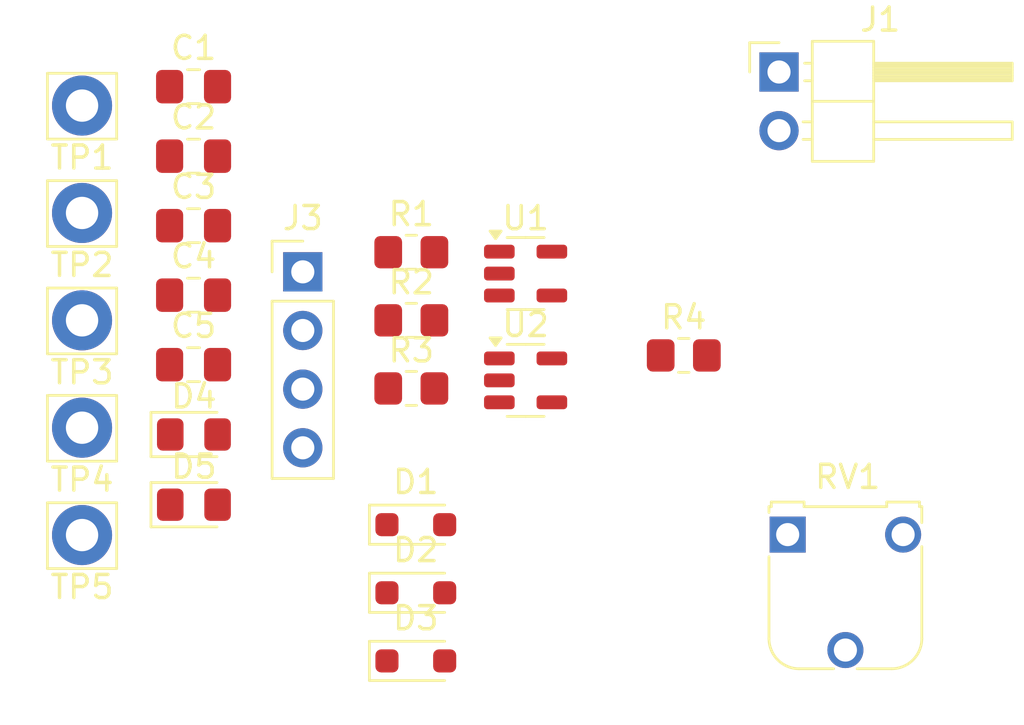
<source format=kicad_pcb>
(kicad_pcb (version 20240108) (generator "pcbnew") (generator_version "8.0")
  (layers (0 "F.Cu" signal) (31 "B.Cu" signal) (34 "B.Paste" user) (35 "F.Paste" user) (36 "B.SilkS" user "B.Silkscreen") (37 "F.SilkS" user "F.Silkscreen") (38 "B.Mask" user) (39 "F.Mask" user) (44 "Edge.Cuts" user))
  (net 0 "")
  (net 1 "Net-(D1-K)")
  (net 2 "GND")
  (net 3 "24V")
  (net 4 "3V3")
  (net 5 "Net-(D1-A)")
  (net 6 "/Piezo Processing Board/Sig_Out")
  (net 7 "Net-(U2-+)")
  (net 8 "Net-(U1--)")
  (net 9 "Net-(D4-A)")
  (net 10 "Net-(D5-A)")
  (footprint "Capacitor_SMD:C_0805_2012Metric_Pad1.18x1.45mm_HandSolder" (layer "F.Cu") (at 23.27 18.86)
    (property "Reference" "C1" (at 0 -1.68 0) (layer "F.SilkS"))
    (property "Value" "0.1uF_50V")
    (fp_line (start -0.261252 -0.735) (end 0.261252 -0.735) (stroke (width 0.12)) (layer "F.SilkS"))
    (fp_line (start -0.261252 0.735) (end 0.261252 0.735) (stroke (width 0.12)) (layer "F.SilkS"))
    (pad "1" smd roundrect (at -1.0375 0) (size 1.175 1.45) (layers "F.Cu" "F.Paste" "F.Mask") (roundrect_rratio 0.212766) (net 1 "Net-(D1-K)"))
    (pad "2" smd roundrect (at 1.0375 0) (size 1.175 1.45) (layers "F.Cu" "F.Paste" "F.Mask") (roundrect_rratio 0.212766) (net 2 "GND"))
  )
  (footprint "Package_TO_SOT_SMD:SOT-23-5" (layer "F.Cu") (at 37.65 31.58)
    (property "Reference" "U2" (at 0 -2.4 0) (layer "F.SilkS"))
    (property "Value" "LM321")
    (fp_line (start 0 -1.56) (end -0.8 -1.56) (stroke (width 0.12)) (layer "F.SilkS"))
    (fp_line (start 0 -1.56) (end 0.8 -1.56) (stroke (width 0.12)) (layer "F.SilkS"))
    (fp_line (start 0 1.56) (end -0.8 1.56) (stroke (width 0.12)) (layer "F.SilkS"))
    (fp_line (start 0 1.56) (end 0.8 1.56) (stroke (width 0.12)) (layer "F.SilkS"))
    (fp_poly (pts (xy -1.3 -1.51) (xy -1.54 -1.84) (xy -1.06 -1.84) (xy -1.3 -1.51)) (stroke (width 0.12)) (fill solid) (layer "F.SilkS"))
    (pad "1" smd roundrect (at -1.1375 -0.95) (size 1.325 0.6) (layers "F.Cu" "F.Paste" "F.Mask") (net 7 "Net-(U2-+)"))
    (pad "2" smd roundrect (at -1.1375 0) (size 1.325 0.6) (layers "F.Cu" "F.Paste" "F.Mask") (net 2 "GND"))
    (pad "3" smd roundrect (at -1.1375 0.95) (size 1.325 0.6) (layers "F.Cu" "F.Paste" "F.Mask") (net 6 "/Piezo Processing Board/Sig_Out"))
    (pad "4" smd roundrect (at 1.1375 0.95) (size 1.325 0.6) (layers "F.Cu" "F.Paste" "F.Mask") (net 6 "/Piezo Processing Board/Sig_Out"))
    (pad "5" smd roundrect (at 1.1375 -0.95) (size 1.325 0.6) (layers "F.Cu" "F.Paste" "F.Mask") (net 4 "3V3"))
  )
  (footprint "Capacitor_SMD:C_0805_2012Metric_Pad1.18x1.45mm_HandSolder" (layer "F.Cu") (at 23.27 24.88)
    (property "Reference" "C3" (at 0 -1.68 0) (layer "F.SilkS"))
    (property "Value" "10uF_50V")
    (fp_line (start -0.261252 -0.735) (end 0.261252 -0.735) (stroke (width 0.12)) (layer "F.SilkS"))
    (fp_line (start -0.261252 0.735) (end 0.261252 0.735) (stroke (width 0.12)) (layer "F.SilkS"))
    (pad "1" smd roundrect (at -1.0375 0) (size 1.175 1.45) (layers "F.Cu" "F.Paste" "F.Mask") (roundrect_rratio 0.212766) (net 3 "24V"))
    (pad "2" smd roundrect (at 1.0375 0) (size 1.175 1.45) (layers "F.Cu" "F.Paste" "F.Mask") (roundrect_rratio 0.212766) (net 2 "GND"))
  )
  (footprint "Diode_SMD:D_SOD-323_HandSoldering" (layer "F.Cu") (at 32.895 40.78)
    (property "Reference" "D2" (at 0 -1.85 0) (layer "F.SilkS"))
    (property "Value" "PDZ22B 22V")
    (fp_line (start -2.01 -0.85) (end -2.01 0.85) (stroke (width 0.12)) (layer "F.SilkS"))
    (fp_line (start -2.01 -0.85) (end 1.25 -0.85) (stroke (width 0.12)) (layer "F.SilkS"))
    (fp_line (start -2.01 0.85) (end 1.25 0.85) (stroke (width 0.12)) (layer "F.SilkS"))
    (pad "1" smd roundrect (at -1.25 0) (size 1 1) (layers "F.Cu" "F.Paste" "F.Mask") (net 1 "Net-(D1-K)"))
    (pad "2" smd roundrect (at 1.25 0) (size 1 1) (layers "F.Cu" "F.Paste" "F.Mask") (net 2 "GND"))
  )
  (footprint "Potentiometer_THT:Potentiometer_Runtron_RM-065_Vertical" (layer "F.Cu") (at 49 38.26)
    (property "Reference" "RV1" (at 2.6 -2.5 0) (layer "F.SilkS"))
    (property "Value" "RM065-104(100K)")
    (fp_line (start -0.81 -1.21) (end -0.81 -0.96) (stroke (width 0.12)) (layer "F.SilkS"))
    (fp_line (start -0.81 4.5) (end -0.81 0.96) (stroke (width 0.12)) (layer "F.SilkS"))
    (fp_line (start -0.71 -1.41) (end -0.71 -1.21) (stroke (width 0.12)) (layer "F.SilkS"))
    (fp_line (start -0.71 -1.41) (end 0.71 -1.41) (stroke (width 0.12)) (layer "F.SilkS"))
    (fp_line (start -0.71 -1.21) (end -0.81 -1.21) (stroke (width 0.12)) (layer "F.SilkS"))
    (fp_line (start 0.71 -1.21) (end 0.71 -1.41) (stroke (width 0.12)) (layer "F.SilkS"))
    (fp_line (start 0.71 -1.21) (end 4.29 -1.21) (stroke (width 0.12)) (layer "F.SilkS"))
    (fp_line (start 1.99 5.81) (end 0.5 5.81) (stroke (width 0.12)) (layer "F.SilkS"))
    (fp_line (start 4.29 -1.41) (end 5.71 -1.41) (stroke (width 0.12)) (layer "F.SilkS"))
    (fp_line (start 4.29 -1.21) (end 4.29 -1.41) (stroke (width 0.12)) (layer "F.SilkS"))
    (fp_line (start 4.5 5.81) (end 3.01 5.81) (stroke (width 0.12)) (layer "F.SilkS"))
    (fp_line (start 5.71 -1.41) (end 5.71 -1.21) (stroke (width 0.12)) (layer "F.SilkS"))
    (fp_line (start 5.71 -1.21) (end 5.81 -1.21) (stroke (width 0.12)) (layer "F.SilkS"))
    (fp_line (start 5.81 -1.21) (end 5.81 -0.52) (stroke (width 0.12)) (layer "F.SilkS"))
    (fp_line (start 5.81 0.52) (end 5.81 4.5) (stroke (width 0.12)) (layer "F.SilkS"))
    (fp_arc (start 0.5 5.81) (mid -0.42631 5.42631) (end -0.81 4.5) (stroke (width 0.12)) (layer "F.SilkS"))
    (fp_arc (start 5.81 4.5) (mid 5.42631 5.42631) (end 4.5 5.81) (stroke (width 0.12)) (layer "F.SilkS"))
    (pad "1" thru_hole rect (at 0 0) (size 1.56 1.56) (drill 1) (layers "*.Cu" "*.Mask") (net 8 "Net-(U1--)"))
    (pad "2" thru_hole circle (at 2.5 5) (size 1.56 1.56) (drill 1) (layers "*.Cu" "*.Mask") (net 7 "Net-(U2-+)"))
    (pad "3" thru_hole circle (at 5 0) (size 1.56 1.56) (drill 1) (layers "*.Cu" "*.Mask") (net 2 "GND"))
  )
  (footprint "LED_SMD:LED_0805_2012Metric_Pad1.15x1.40mm_HandSolder" (layer "F.Cu") (at 23.285 36.965)
    (property "Reference" "D5" (at 0 -1.65 0) (layer "F.SilkS"))
    (property "Value" "LED")
    (fp_line (start -1.86 -0.96) (end -1.86 0.96) (stroke (width 0.12)) (layer "F.SilkS"))
    (fp_line (start -1.86 0.96) (end 1 0.96) (stroke (width 0.12)) (layer "F.SilkS"))
    (fp_line (start 1 -0.96) (end -1.86 -0.96) (stroke (width 0.12)) (layer "F.SilkS"))
    (pad "1" smd roundrect (at -1.025 0) (size 1.15 1.4) (layers "F.Cu" "F.Paste" "F.Mask") (roundrect_rratio 0.217391) (net 2 "GND"))
    (pad "2" smd roundrect (at 1.025 0) (size 1.15 1.4) (layers "F.Cu" "F.Paste" "F.Mask") (roundrect_rratio 0.217391) (net 10 "Net-(D5-A)"))
  )
  (footprint "Connector_Pin:Pin_D1.4mm_L8.5mm_W2.8mm_FlatFork" (layer "F.Cu") (at 18.44 28.98)
    (property "Reference" "TP3" (at 0 2.25 0) (layer "F.SilkS"))
    (property "Value" "TestPoint")
    (fp_line (start -1.5 -1.4) (end -1.5 1.45) (stroke (width 0.12)) (layer "F.SilkS"))
    (fp_line (start -1.5 -1.4) (end 1.5 -1.4) (stroke (width 0.12)) (layer "F.SilkS"))
    (fp_line (start -1.5 1.45) (end 1.5 1.45) (stroke (width 0.12)) (layer "F.SilkS"))
    (fp_line (start 1.5 -1.4) (end 1.5 1.45) (stroke (width 0.12)) (layer "F.SilkS"))
    (pad "1" thru_hole circle (at 0 0) (size 2.6 2.6) (drill 1.4) (layers "*.Cu" "*.Mask") (net 8 "Net-(U1--)"))
  )
  (footprint "Diode_SMD:D_SOD-323_HandSoldering" (layer "F.Cu") (at 32.895 37.83)
    (property "Reference" "D1" (at 0 -1.85 0) (layer "F.SilkS"))
    (property "Value" "CUS10S30")
    (fp_line (start -2.01 -0.85) (end -2.01 0.85) (stroke (width 0.12)) (layer "F.SilkS"))
    (fp_line (start -2.01 -0.85) (end 1.25 -0.85) (stroke (width 0.12)) (layer "F.SilkS"))
    (fp_line (start -2.01 0.85) (end 1.25 0.85) (stroke (width 0.12)) (layer "F.SilkS"))
    (pad "1" smd roundrect (at -1.25 0) (size 1 1) (layers "F.Cu" "F.Paste" "F.Mask") (net 1 "Net-(D1-K)"))
    (pad "2" smd roundrect (at 1.25 0) (size 1 1) (layers "F.Cu" "F.Paste" "F.Mask") (net 5 "Net-(D1-A)"))
  )
  (footprint "Resistor_SMD:R_0805_2012Metric_Pad1.20x1.40mm_HandSolder" (layer "F.Cu") (at 44.5 30.5)
    (property "Reference" "R4" (at 0 -1.65 0) (layer "F.SilkS"))
    (property "Value" "2K2")
    (fp_line (start -0.227064 -0.735) (end 0.227064 -0.735) (stroke (width 0.12)) (layer "F.SilkS"))
    (fp_line (start -0.227064 0.735) (end 0.227064 0.735) (stroke (width 0.12)) (layer "F.SilkS"))
    (pad "1" smd roundrect (at -1 0) (size 1.2 1.4) (layers "F.Cu" "F.Paste" "F.Mask") (roundrect_rratio 0.208333) (net 4 "3V3"))
    (pad "2" smd roundrect (at 1 0) (size 1.2 1.4) (layers "F.Cu" "F.Paste" "F.Mask") (roundrect_rratio 0.208333) (net 10 "Net-(D5-A)"))
  )
  (footprint "Connector_Pin:Pin_D1.4mm_L8.5mm_W2.8mm_FlatFork" (layer "F.Cu") (at 18.44 24.33)
    (property "Reference" "TP2" (at 0 2.25 0) (layer "F.SilkS"))
    (property "Value" "TestPoint")
    (fp_line (start -1.5 -1.4) (end -1.5 1.45) (stroke (width 0.12)) (layer "F.SilkS"))
    (fp_line (start -1.5 -1.4) (end 1.5 -1.4) (stroke (width 0.12)) (layer "F.SilkS"))
    (fp_line (start -1.5 1.45) (end 1.5 1.45) (stroke (width 0.12)) (layer "F.SilkS"))
    (fp_line (start 1.5 -1.4) (end 1.5 1.45) (stroke (width 0.12)) (layer "F.SilkS"))
    (pad "1" thru_hole circle (at 0 0) (size 2.6 2.6) (drill 1.4) (layers "*.Cu" "*.Mask") (net 1 "Net-(D1-K)"))
  )
  (footprint "Resistor_SMD:R_0805_2012Metric_Pad1.20x1.40mm_HandSolder" (layer "F.Cu") (at 32.7 31.93)
    (property "Reference" "R3" (at 0 -1.65 0) (layer "F.SilkS"))
    (property "Value" "22K")
    (fp_line (start -0.227064 -0.735) (end 0.227064 -0.735) (stroke (width 0.12)) (layer "F.SilkS"))
    (fp_line (start -0.227064 0.735) (end 0.227064 0.735) (stroke (width 0.12)) (layer "F.SilkS"))
    (pad "1" smd roundrect (at -1 0) (size 1.2 1.4) (layers "F.Cu" "F.Paste" "F.Mask") (roundrect_rratio 0.208333) (net 3 "24V"))
    (pad "2" smd roundrect (at 1 0) (size 1.2 1.4) (layers "F.Cu" "F.Paste" "F.Mask") (roundrect_rratio 0.208333) (net 9 "Net-(D4-A)"))
  )
  (footprint "Resistor_SMD:R_0805_2012Metric_Pad1.20x1.40mm_HandSolder" (layer "F.Cu") (at 32.7 28.98)
    (property "Reference" "R2" (at 0 -1.65 0) (layer "F.SilkS"))
    (property "Value" "330K")
    (fp_line (start -0.227064 -0.735) (end 0.227064 -0.735) (stroke (width 0.12)) (layer "F.SilkS"))
    (fp_line (start -0.227064 0.735) (end 0.227064 0.735) (stroke (width 0.12)) (layer "F.SilkS"))
    (pad "1" smd roundrect (at -1 0) (size 1.2 1.4) (layers "F.Cu" "F.Paste" "F.Mask") (roundrect_rratio 0.208333) (net 1 "Net-(D1-K)"))
    (pad "2" smd roundrect (at 1 0) (size 1.2 1.4) (layers "F.Cu" "F.Paste" "F.Mask") (roundrect_rratio 0.208333) (net 2 "GND"))
  )
  (footprint "Diode_SMD:D_SOD-323_HandSoldering" (layer "F.Cu") (at 32.895 43.73)
    (property "Reference" "D3" (at 0 -1.85 0) (layer "F.SilkS"))
    (property "Value" "BZT52C3V0S")
    (fp_line (start -2.01 -0.85) (end -2.01 0.85) (stroke (width 0.12)) (layer "F.SilkS"))
    (fp_line (start -2.01 -0.85) (end 1.25 -0.85) (stroke (width 0.12)) (layer "F.SilkS"))
    (fp_line (start -2.01 0.85) (end 1.25 0.85) (stroke (width 0.12)) (layer "F.SilkS"))
    (pad "1" smd roundrect (at -1.25 0) (size 1 1) (layers "F.Cu" "F.Paste" "F.Mask") (net 6 "/Piezo Processing Board/Sig_Out"))
    (pad "2" smd roundrect (at 1.25 0) (size 1 1) (layers "F.Cu" "F.Paste" "F.Mask") (net 2 "GND"))
  )
  (footprint "Capacitor_SMD:C_0805_2012Metric_Pad1.18x1.45mm_HandSolder" (layer "F.Cu") (at 23.27 30.9)
    (property "Reference" "C5" (at 0 -1.68 0) (layer "F.SilkS"))
    (property "Value" "0.1uF_50V")
    (fp_line (start -0.261252 -0.735) (end 0.261252 -0.735) (stroke (width 0.12)) (layer "F.SilkS"))
    (fp_line (start -0.261252 0.735) (end 0.261252 0.735) (stroke (width 0.12)) (layer "F.SilkS"))
    (pad "1" smd roundrect (at -1.0375 0) (size 1.175 1.45) (layers "F.Cu" "F.Paste" "F.Mask") (roundrect_rratio 0.212766) (net 4 "3V3"))
    (pad "2" smd roundrect (at 1.0375 0) (size 1.175 1.45) (layers "F.Cu" "F.Paste" "F.Mask") (roundrect_rratio 0.212766) (net 2 "GND"))
  )
  (footprint "Connector_Pin:Pin_D1.4mm_L8.5mm_W2.8mm_FlatFork" (layer "F.Cu") (at 18.44 33.63)
    (property "Reference" "TP4" (at 0 2.25 0) (layer "F.SilkS"))
    (property "Value" "TestPoint")
    (fp_line (start -1.5 -1.4) (end -1.5 1.45) (stroke (width 0.12)) (layer "F.SilkS"))
    (fp_line (start -1.5 -1.4) (end 1.5 -1.4) (stroke (width 0.12)) (layer "F.SilkS"))
    (fp_line (start -1.5 1.45) (end 1.5 1.45) (stroke (width 0.12)) (layer "F.SilkS"))
    (fp_line (start 1.5 -1.4) (end 1.5 1.45) (stroke (width 0.12)) (layer "F.SilkS"))
    (pad "1" thru_hole circle (at 0 0) (size 2.6 2.6) (drill 1.4) (layers "*.Cu" "*.Mask") (net 7 "Net-(U2-+)"))
  )
  (footprint "Connector_PinHeader_2.54mm:PinHeader_1x02_P2.54mm_Horizontal" (layer "F.Cu") (at 48.625 18.225)
    (property "Reference" "J1" (at 4.385 -2.27 0) (layer "F.SilkS"))
    (property "Value" "Conn_01x02_Pin")
    (fp_line (start -1.27 -1.27) (end 0 -1.27) (stroke (width 0.12)) (layer "F.SilkS"))
    (fp_line (start -1.27 0) (end -1.27 -1.27) (stroke (width 0.12)) (layer "F.SilkS"))
    (fp_line (start 1.042929 2.16) (end 1.44 2.16) (stroke (width 0.12)) (layer "F.SilkS"))
    (fp_line (start 1.042929 2.92) (end 1.44 2.92) (stroke (width 0.12)) (layer "F.SilkS"))
    (fp_line (start 1.11 -0.38) (end 1.44 -0.38) (stroke (width 0.12)) (layer "F.SilkS"))
    (fp_line (start 1.11 0.38) (end 1.44 0.38) (stroke (width 0.12)) (layer "F.SilkS"))
    (fp_line (start 1.44 -1.33) (end 1.44 3.87) (stroke (width 0.12)) (layer "F.SilkS"))
    (fp_line (start 1.44 1.27) (end 4.1 1.27) (stroke (width 0.12)) (layer "F.SilkS"))
    (fp_line (start 1.44 3.87) (end 4.1 3.87) (stroke (width 0.12)) (layer "F.SilkS"))
    (fp_line (start 4.1 -1.33) (end 1.44 -1.33) (stroke (width 0.12)) (layer "F.SilkS"))
    (fp_line (start 4.1 -0.38) (end 10.1 -0.38) (stroke (width 0.12)) (layer "F.SilkS"))
    (fp_line (start 4.1 -0.32) (end 10.1 -0.32) (stroke (width 0.12)) (layer "F.SilkS"))
    (fp_line (start 4.1 -0.2) (end 10.1 -0.2) (stroke (width 0.12)) (layer "F.SilkS"))
    (fp_line (start 4.1 -0.08) (end 10.1 -0.08) (stroke (width 0.12)) (layer "F.SilkS"))
    (fp_line (start 4.1 0.04) (end 10.1 0.04) (stroke (width 0.12)) (layer "F.SilkS"))
    (fp_line (start 4.1 0.16) (end 10.1 0.16) (stroke (width 0.12)) (layer "F.SilkS"))
    (fp_line (start 4.1 0.28) (end 10.1 0.28) (stroke (width 0.12)) (layer "F.SilkS"))
    (fp_line (start 4.1 2.16) (end 10.1 2.16) (stroke (width 0.12)) (layer "F.SilkS"))
    (fp_line (start 4.1 3.87) (end 4.1 -1.33) (stroke (width 0.12)) (layer "F.SilkS"))
    (fp_line (start 10.1 -0.38) (end 10.1 0.38) (stroke (width 0.12)) (layer "F.SilkS"))
    (fp_line (start 10.1 0.38) (end 4.1 0.38) (stroke (width 0.12)) (layer "F.SilkS"))
    (fp_line (start 10.1 2.16) (end 10.1 2.92) (stroke (width 0.12)) (layer "F.SilkS"))
    (fp_line (start 10.1 2.92) (end 4.1 2.92) (stroke (width 0.12)) (layer "F.SilkS"))
    (pad "1" thru_hole rect (at 0 0) (size 1.7 1.7) (drill 1) (layers "*.Cu" "*.Mask") (net 5 "Net-(D1-A)"))
    (pad "2" thru_hole oval (at 0 2.54) (size 1.7 1.7) (drill 1) (layers "*.Cu" "*.Mask") (net 2 "GND"))
  )
  (footprint "Capacitor_SMD:C_0805_2012Metric_Pad1.18x1.45mm_HandSolder" (layer "F.Cu") (at 23.27 21.87)
    (property "Reference" "C2" (at 0 -1.68 0) (layer "F.SilkS"))
    (property "Value" "0.1uF_50V")
    (fp_line (start -0.261252 -0.735) (end 0.261252 -0.735) (stroke (width 0.12)) (layer "F.SilkS"))
    (fp_line (start -0.261252 0.735) (end 0.261252 0.735) (stroke (width 0.12)) (layer "F.SilkS"))
    (pad "1" smd roundrect (at -1.0375 0) (size 1.175 1.45) (layers "F.Cu" "F.Paste" "F.Mask") (roundrect_rratio 0.212766) (net 3 "24V"))
    (pad "2" smd roundrect (at 1.0375 0) (size 1.175 1.45) (layers "F.Cu" "F.Paste" "F.Mask") (roundrect_rratio 0.212766) (net 2 "GND"))
  )
  (footprint "Connector_Pin:Pin_D1.4mm_L8.5mm_W2.8mm_FlatFork" (layer "F.Cu") (at 18.44 38.28)
    (property "Reference" "TP5" (at 0 2.25 0) (layer "F.SilkS"))
    (property "Value" "TestPoint")
    (fp_line (start -1.5 -1.4) (end -1.5 1.45) (stroke (width 0.12)) (layer "F.SilkS"))
    (fp_line (start -1.5 -1.4) (end 1.5 -1.4) (stroke (width 0.12)) (layer "F.SilkS"))
    (fp_line (start -1.5 1.45) (end 1.5 1.45) (stroke (width 0.12)) (layer "F.SilkS"))
    (fp_line (start 1.5 -1.4) (end 1.5 1.45) (stroke (width 0.12)) (layer "F.SilkS"))
    (pad "1" thru_hole circle (at 0 0) (size 2.6 2.6) (drill 1.4) (layers "*.Cu" "*.Mask") (net 6 "/Piezo Processing Board/Sig_Out"))
  )
  (footprint "Capacitor_SMD:C_0805_2012Metric_Pad1.18x1.45mm_HandSolder" (layer "F.Cu") (at 23.27 27.89)
    (property "Reference" "C4" (at 0 -1.68 0) (layer "F.SilkS"))
    (property "Value" "10uF_50V")
    (fp_line (start -0.261252 -0.735) (end 0.261252 -0.735) (stroke (width 0.12)) (layer "F.SilkS"))
    (fp_line (start -0.261252 0.735) (end 0.261252 0.735) (stroke (width 0.12)) (layer "F.SilkS"))
    (pad "1" smd roundrect (at -1.0375 0) (size 1.175 1.45) (layers "F.Cu" "F.Paste" "F.Mask") (roundrect_rratio 0.212766) (net 4 "3V3"))
    (pad "2" smd roundrect (at 1.0375 0) (size 1.175 1.45) (layers "F.Cu" "F.Paste" "F.Mask") (roundrect_rratio 0.212766) (net 2 "GND"))
  )
  (footprint "Connector_PinHeader_2.54mm:PinHeader_1x04_P2.54mm_Vertical" (layer "F.Cu") (at 28 26.88)
    (property "Reference" "J3" (at 0 -2.33 0) (layer "F.SilkS"))
    (property "Value" "Conn_01x04_Pin")
    (fp_line (start -1.33 -1.33) (end 0 -1.33) (stroke (width 0.12)) (layer "F.SilkS"))
    (fp_line (start -1.33 0) (end -1.33 -1.33) (stroke (width 0.12)) (layer "F.SilkS"))
    (fp_line (start -1.33 1.27) (end -1.33 8.95) (stroke (width 0.12)) (layer "F.SilkS"))
    (fp_line (start -1.33 1.27) (end 1.33 1.27) (stroke (width 0.12)) (layer "F.SilkS"))
    (fp_line (start -1.33 8.95) (end 1.33 8.95) (stroke (width 0.12)) (layer "F.SilkS"))
    (fp_line (start 1.33 1.27) (end 1.33 8.95) (stroke (width 0.12)) (layer "F.SilkS"))
    (pad "1" thru_hole rect (at 0 0) (size 1.7 1.7) (drill 1) (layers "*.Cu" "*.Mask") (net 3 "24V"))
    (pad "2" thru_hole oval (at 0 2.54) (size 1.7 1.7) (drill 1) (layers "*.Cu" "*.Mask") (net 4 "3V3"))
    (pad "3" thru_hole oval (at 0 5.08) (size 1.7 1.7) (drill 1) (layers "*.Cu" "*.Mask") (net 6 "/Piezo Processing Board/Sig_Out"))
    (pad "4" thru_hole oval (at 0 7.62) (size 1.7 1.7) (drill 1) (layers "*.Cu" "*.Mask") (net 2 "GND"))
  )
  (footprint "Resistor_SMD:R_0805_2012Metric_Pad1.20x1.40mm_HandSolder" (layer "F.Cu") (at 32.7 26.03)
    (property "Reference" "R1" (at 0 -1.65 0) (layer "F.SilkS"))
    (property "Value" "100K")
    (fp_line (start -0.227064 -0.735) (end 0.227064 -0.735) (stroke (width 0.12)) (layer "F.SilkS"))
    (fp_line (start -0.227064 0.735) (end 0.227064 0.735) (stroke (width 0.12)) (layer "F.SilkS"))
    (pad "1" smd roundrect (at -1 0) (size 1.2 1.4) (layers "F.Cu" "F.Paste" "F.Mask") (roundrect_rratio 0.208333) (net 5 "Net-(D1-A)"))
    (pad "2" smd roundrect (at 1 0) (size 1.2 1.4) (layers "F.Cu" "F.Paste" "F.Mask") (roundrect_rratio 0.208333) (net 2 "GND"))
  )
  (footprint "Package_TO_SOT_SMD:SOT-23-5" (layer "F.Cu") (at 37.65 26.955)
    (property "Reference" "U1" (at 0 -2.4 0) (layer "F.SilkS"))
    (property "Value" "LM321")
    (fp_line (start 0 -1.56) (end -0.8 -1.56) (stroke (width 0.12)) (layer "F.SilkS"))
    (fp_line (start 0 -1.56) (end 0.8 -1.56) (stroke (width 0.12)) (layer "F.SilkS"))
    (fp_line (start 0 1.56) (end -0.8 1.56) (stroke (width 0.12)) (layer "F.SilkS"))
    (fp_line (start 0 1.56) (end 0.8 1.56) (stroke (width 0.12)) (layer "F.SilkS"))
    (fp_poly (pts (xy -1.3 -1.51) (xy -1.54 -1.84) (xy -1.06 -1.84) (xy -1.3 -1.51)) (stroke (width 0.12)) (fill solid) (layer "F.SilkS"))
    (pad "1" smd roundrect (at -1.1375 -0.95) (size 1.325 0.6) (layers "F.Cu" "F.Paste" "F.Mask") (net 1 "Net-(D1-K)"))
    (pad "2" smd roundrect (at -1.1375 0) (size 1.325 0.6) (layers "F.Cu" "F.Paste" "F.Mask") (net 2 "GND"))
    (pad "3" smd roundrect (at -1.1375 0.95) (size 1.325 0.6) (layers "F.Cu" "F.Paste" "F.Mask") (net 8 "Net-(U1--)"))
    (pad "4" smd roundrect (at 1.1375 0.95) (size 1.325 0.6) (layers "F.Cu" "F.Paste" "F.Mask") (net 8 "Net-(U1--)"))
    (pad "5" smd roundrect (at 1.1375 -0.95) (size 1.325 0.6) (layers "F.Cu" "F.Paste" "F.Mask") (net 3 "24V"))
  )
  (footprint "LED_SMD:LED_0805_2012Metric_Pad1.15x1.40mm_HandSolder" (layer "F.Cu") (at 23.285 33.925)
    (property "Reference" "D4" (at 0 -1.65 0) (layer "F.SilkS"))
    (property "Value" "LED")
    (fp_line (start -1.86 -0.96) (end -1.86 0.96) (stroke (width 0.12)) (layer "F.SilkS"))
    (fp_line (start -1.86 0.96) (end 1 0.96) (stroke (width 0.12)) (layer "F.SilkS"))
    (fp_line (start 1 -0.96) (end -1.86 -0.96) (stroke (width 0.12)) (layer "F.SilkS"))
    (pad "1" smd roundrect (at -1.025 0) (size 1.15 1.4) (layers "F.Cu" "F.Paste" "F.Mask") (roundrect_rratio 0.217391) (net 2 "GND"))
    (pad "2" smd roundrect (at 1.025 0) (size 1.15 1.4) (layers "F.Cu" "F.Paste" "F.Mask") (roundrect_rratio 0.217391) (net 9 "Net-(D4-A)"))
  )
  (footprint "Connector_Pin:Pin_D1.4mm_L8.5mm_W2.8mm_FlatFork" (layer "F.Cu") (at 18.44 19.68)
    (property "Reference" "TP1" (at 0 2.25 0) (layer "F.SilkS"))
    (property "Value" "TestPoint")
    (fp_line (start -1.5 -1.4) (end -1.5 1.45) (stroke (width 0.12)) (layer "F.SilkS"))
    (fp_line (start -1.5 -1.4) (end 1.5 -1.4) (stroke (width 0.12)) (layer "F.SilkS"))
    (fp_line (start -1.5 1.45) (end 1.5 1.45) (stroke (width 0.12)) (layer "F.SilkS"))
    (fp_line (start 1.5 -1.4) (end 1.5 1.45) (stroke (width 0.12)) (layer "F.SilkS"))
    (pad "1" thru_hole circle (at 0 0) (size 2.6 2.6) (drill 1.4) (layers "*.Cu" "*.Mask") (net 5 "Net-(D1-A)"))
  )
)
</source>
